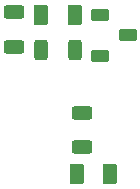
<source format=gbr>
%TF.GenerationSoftware,KiCad,Pcbnew,9.0.5*%
%TF.CreationDate,2025-12-25T11:21:18+05:30*%
%TF.ProjectId,Relay Module ( Single channel),52656c61-7920-44d6-9f64-756c65202820,v1.0*%
%TF.SameCoordinates,Original*%
%TF.FileFunction,Paste,Top*%
%TF.FilePolarity,Positive*%
%FSLAX46Y46*%
G04 Gerber Fmt 4.6, Leading zero omitted, Abs format (unit mm)*
G04 Created by KiCad (PCBNEW 9.0.5) date 2025-12-25 11:21:18*
%MOMM*%
%LPD*%
G01*
G04 APERTURE LIST*
G04 Aperture macros list*
%AMRoundRect*
0 Rectangle with rounded corners*
0 $1 Rounding radius*
0 $2 $3 $4 $5 $6 $7 $8 $9 X,Y pos of 4 corners*
0 Add a 4 corners polygon primitive as box body*
4,1,4,$2,$3,$4,$5,$6,$7,$8,$9,$2,$3,0*
0 Add four circle primitives for the rounded corners*
1,1,$1+$1,$2,$3*
1,1,$1+$1,$4,$5*
1,1,$1+$1,$6,$7*
1,1,$1+$1,$8,$9*
0 Add four rect primitives between the rounded corners*
20,1,$1+$1,$2,$3,$4,$5,0*
20,1,$1+$1,$4,$5,$6,$7,0*
20,1,$1+$1,$6,$7,$8,$9,0*
20,1,$1+$1,$8,$9,$2,$3,0*%
G04 Aperture macros list end*
%ADD10RoundRect,0.250000X0.375000X0.625000X-0.375000X0.625000X-0.375000X-0.625000X0.375000X-0.625000X0*%
%ADD11RoundRect,0.250000X-0.625000X0.312500X-0.625000X-0.312500X0.625000X-0.312500X0.625000X0.312500X0*%
%ADD12RoundRect,0.250000X-0.312500X-0.625000X0.312500X-0.625000X0.312500X0.625000X-0.312500X0.625000X0*%
%ADD13RoundRect,0.250000X-0.550000X0.250000X-0.550000X-0.250000X0.550000X-0.250000X0.550000X0.250000X0*%
%ADD14RoundRect,0.250000X0.625000X-0.312500X0.625000X0.312500X-0.625000X0.312500X-0.625000X-0.312500X0*%
G04 APERTURE END LIST*
D10*
%TO.C,D2*%
X151243000Y-94505000D03*
X148443000Y-94505000D03*
%TD*%
%TO.C,D3*%
X154243000Y-108005000D03*
X151443000Y-108005000D03*
%TD*%
D11*
%TO.C,R2*%
X151843000Y-102792500D03*
X151843000Y-105717500D03*
%TD*%
D12*
%TO.C,R3*%
X148380500Y-97505000D03*
X151305500Y-97505000D03*
%TD*%
D13*
%TO.C,Q1*%
X153443000Y-94505000D03*
X155743000Y-96255000D03*
X153443000Y-98005000D03*
%TD*%
D14*
%TO.C,R1*%
X146093000Y-97217500D03*
X146093000Y-94292500D03*
%TD*%
M02*

</source>
